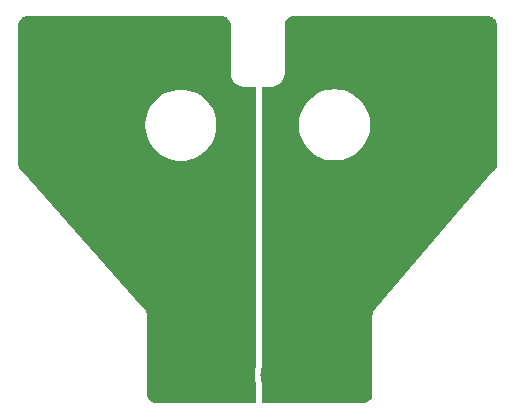
<source format=gbr>
%TF.GenerationSoftware,KiCad,Pcbnew,7.0.9-7.0.9~ubuntu22.04.1*%
%TF.CreationDate,2024-01-02T09:46:01-08:00*%
%TF.ProjectId,kraken-power-adapter,6b72616b-656e-42d7-906f-7765722d6164,1*%
%TF.SameCoordinates,Original*%
%TF.FileFunction,Copper,L2,Inr*%
%TF.FilePolarity,Positive*%
%FSLAX46Y46*%
G04 Gerber Fmt 4.6, Leading zero omitted, Abs format (unit mm)*
G04 Created by KiCad (PCBNEW 7.0.9-7.0.9~ubuntu22.04.1) date 2024-01-02 09:46:01*
%MOMM*%
%LPD*%
G01*
G04 APERTURE LIST*
%TA.AperFunction,ComponentPad*%
%ADD10C,1.016000*%
%TD*%
%TA.AperFunction,ComponentPad*%
%ADD11C,7.874000*%
%TD*%
%TA.AperFunction,ComponentPad*%
%ADD12O,7.239000X3.302000*%
%TD*%
G04 APERTURE END LIST*
D10*
%TO.N,/Vbat-*%
%TO.C,J2*%
X89154000Y-105079800D03*
X89987223Y-103068223D03*
X89987223Y-107091377D03*
X91998800Y-102235000D03*
D11*
X91998800Y-105079800D03*
D10*
X91998800Y-107924600D03*
X94010377Y-103068223D03*
X94010377Y-107091377D03*
X94843600Y-105079800D03*
%TD*%
%TO.N,/Vbat+*%
%TO.C,J1*%
X117652800Y-105079800D03*
X118486023Y-103068223D03*
X118486023Y-107091377D03*
X120497600Y-102235000D03*
D11*
X120497600Y-105079800D03*
D10*
X120497600Y-107924600D03*
X122509177Y-103068223D03*
X122509177Y-107091377D03*
X123342400Y-105079800D03*
%TD*%
%TO.N,/Vbat-*%
%TO.C,J3*%
X100172000Y-129972000D03*
X100172000Y-133172000D03*
X101572000Y-129972000D03*
X101572000Y-133172000D03*
D12*
X102235000Y-131572000D03*
D10*
X102972000Y-129972000D03*
X102972000Y-133172000D03*
X104372000Y-129972000D03*
X104372000Y-133172000D03*
%TO.N,/Vbat+*%
X107972000Y-129972000D03*
X107972000Y-133172000D03*
X109372000Y-129972000D03*
X109372000Y-133172000D03*
D12*
X110109000Y-131572000D03*
D10*
X110772000Y-129972000D03*
X110772000Y-133172000D03*
X112172000Y-129972000D03*
X112172000Y-133172000D03*
%TD*%
%TA.AperFunction,Conductor*%
%TO.N,/Vbat+*%
G36*
X125758167Y-101143572D02*
G01*
X125892854Y-101156838D01*
X125914639Y-101161171D01*
X126036136Y-101198027D01*
X126056647Y-101206522D01*
X126168627Y-101266376D01*
X126187092Y-101278715D01*
X126285235Y-101359258D01*
X126300941Y-101374964D01*
X126381484Y-101473107D01*
X126393824Y-101491574D01*
X126453675Y-101603548D01*
X126462174Y-101624068D01*
X126499028Y-101745561D01*
X126503361Y-101767344D01*
X126511244Y-101847379D01*
X126516627Y-101902024D01*
X126516900Y-101907579D01*
X126516900Y-113600120D01*
X126516899Y-113600138D01*
X126516899Y-113668561D01*
X126516708Y-113673209D01*
X126507417Y-113786107D01*
X126504378Y-113804446D01*
X126478459Y-113907519D01*
X126472463Y-113925113D01*
X126430037Y-114022566D01*
X126421243Y-114038945D01*
X126363455Y-114128144D01*
X126352102Y-114142863D01*
X126278157Y-114223989D01*
X126273490Y-114228552D01*
X126259318Y-114240893D01*
X126259313Y-114240897D01*
X126255814Y-114244955D01*
X126251515Y-114249419D01*
X126225207Y-114273908D01*
X126225205Y-114273911D01*
X126214834Y-114290473D01*
X126204613Y-114304331D01*
X120193785Y-121274811D01*
X116271730Y-125823038D01*
X116271729Y-125823040D01*
X116229286Y-125872257D01*
X116174763Y-125935454D01*
X116086892Y-126072764D01*
X116086889Y-126072768D01*
X116019380Y-126221158D01*
X115973604Y-126377611D01*
X115973602Y-126377619D01*
X115950480Y-126538980D01*
X115950479Y-126538992D01*
X115950500Y-126620500D01*
X115950500Y-133144020D01*
X115950227Y-133149576D01*
X115936961Y-133284255D01*
X115932628Y-133306038D01*
X115895774Y-133427531D01*
X115887275Y-133448051D01*
X115827424Y-133560025D01*
X115815084Y-133578492D01*
X115734541Y-133676635D01*
X115718835Y-133692341D01*
X115620692Y-133772884D01*
X115602225Y-133785224D01*
X115490251Y-133845075D01*
X115469731Y-133853574D01*
X115348238Y-133890428D01*
X115326455Y-133894761D01*
X115242456Y-133903035D01*
X115191766Y-133908027D01*
X115186221Y-133908300D01*
X106717100Y-133908300D01*
X106655845Y-133890314D01*
X106614039Y-133842067D01*
X106603800Y-133795000D01*
X106603800Y-110538233D01*
X109742100Y-110538233D01*
X109782784Y-110886305D01*
X109863602Y-111227303D01*
X109863606Y-111227318D01*
X109983461Y-111556617D01*
X109983463Y-111556622D01*
X109983465Y-111556626D01*
X110140747Y-111869800D01*
X110333322Y-112162597D01*
X110558588Y-112431057D01*
X110558590Y-112431058D01*
X110558594Y-112431064D01*
X110813489Y-112671545D01*
X110813492Y-112671547D01*
X110813496Y-112671551D01*
X111094600Y-112880825D01*
X111398099Y-113056050D01*
X111719888Y-113194857D01*
X111821023Y-113225134D01*
X112055607Y-113295365D01*
X112055612Y-113295365D01*
X112055616Y-113295367D01*
X112400743Y-113356222D01*
X112400751Y-113356222D01*
X112400754Y-113356223D01*
X112598838Y-113367759D01*
X112663054Y-113371500D01*
X112663056Y-113371500D01*
X112838144Y-113371500D01*
X112838146Y-113371500D01*
X112911318Y-113367238D01*
X113100445Y-113356223D01*
X113100447Y-113356222D01*
X113100457Y-113356222D01*
X113445584Y-113295367D01*
X113445588Y-113295365D01*
X113445592Y-113295365D01*
X113579040Y-113255412D01*
X113781312Y-113194857D01*
X114103101Y-113056050D01*
X114406600Y-112880825D01*
X114687704Y-112671551D01*
X114942612Y-112431057D01*
X115167878Y-112162597D01*
X115360453Y-111869800D01*
X115517735Y-111556626D01*
X115637596Y-111227310D01*
X115718416Y-110886306D01*
X115759100Y-110538225D01*
X115759100Y-110187775D01*
X115718416Y-109839694D01*
X115637596Y-109498690D01*
X115517735Y-109169374D01*
X115360453Y-108856200D01*
X115167878Y-108563403D01*
X114942612Y-108294943D01*
X114942609Y-108294940D01*
X114942605Y-108294935D01*
X114687710Y-108054454D01*
X114687706Y-108054451D01*
X114687704Y-108054449D01*
X114406600Y-107845175D01*
X114103101Y-107669950D01*
X113781312Y-107531143D01*
X113781313Y-107531143D01*
X113781310Y-107531142D01*
X113445592Y-107430634D01*
X113225836Y-107391885D01*
X113100457Y-107369778D01*
X113100455Y-107369777D01*
X113100450Y-107369777D01*
X113100445Y-107369776D01*
X112859698Y-107355755D01*
X112838146Y-107354500D01*
X112663054Y-107354500D01*
X112642352Y-107355705D01*
X112400754Y-107369776D01*
X112400749Y-107369777D01*
X112055607Y-107430634D01*
X111719889Y-107531142D01*
X111398099Y-107669950D01*
X111094598Y-107845176D01*
X110813489Y-108054454D01*
X110558594Y-108294935D01*
X110558587Y-108294944D01*
X110333323Y-108563401D01*
X110140747Y-108856199D01*
X109983461Y-109169382D01*
X109863606Y-109498681D01*
X109863602Y-109498696D01*
X109782784Y-109839694D01*
X109742100Y-110187766D01*
X109742100Y-110538233D01*
X106603800Y-110538233D01*
X106603800Y-107225600D01*
X106621786Y-107164345D01*
X106670033Y-107122539D01*
X106717100Y-107112300D01*
X107491243Y-107112300D01*
X107688290Y-107077555D01*
X107876310Y-107009122D01*
X107876312Y-107009120D01*
X107876314Y-107009120D01*
X107995649Y-106940221D01*
X108049590Y-106909078D01*
X108202865Y-106780465D01*
X108331478Y-106627190D01*
X108431522Y-106453910D01*
X108499955Y-106265890D01*
X108534700Y-106068843D01*
X108534700Y-105968800D01*
X108534700Y-105901855D01*
X108534700Y-101907579D01*
X108534973Y-101902024D01*
X108534974Y-101902023D01*
X108548238Y-101767343D01*
X108552571Y-101745561D01*
X108589428Y-101624059D01*
X108597920Y-101603556D01*
X108657779Y-101491567D01*
X108670115Y-101473107D01*
X108750662Y-101374959D01*
X108766359Y-101359262D01*
X108864508Y-101278714D01*
X108882967Y-101266379D01*
X108994956Y-101206520D01*
X109015459Y-101198028D01*
X109136962Y-101161170D01*
X109158743Y-101156838D01*
X109293432Y-101143572D01*
X109298980Y-101143300D01*
X109363145Y-101143300D01*
X125688455Y-101143300D01*
X125752620Y-101143300D01*
X125758167Y-101143572D01*
G37*
%TD.AperFunction*%
%TD*%
%TA.AperFunction,Conductor*%
%TO.N,/Vbat-*%
G36*
X103202967Y-101143572D02*
G01*
X103337654Y-101156838D01*
X103359439Y-101161171D01*
X103480936Y-101198027D01*
X103501447Y-101206522D01*
X103613427Y-101266376D01*
X103631892Y-101278715D01*
X103730035Y-101359258D01*
X103745741Y-101374964D01*
X103826284Y-101473107D01*
X103838624Y-101491574D01*
X103898475Y-101603548D01*
X103906974Y-101624068D01*
X103943828Y-101745561D01*
X103948161Y-101767344D01*
X103956044Y-101847379D01*
X103961427Y-101902024D01*
X103961700Y-101907579D01*
X103961700Y-105901855D01*
X103961700Y-105968800D01*
X103961700Y-106068843D01*
X103972921Y-106132479D01*
X103996445Y-106265890D01*
X104064879Y-106453914D01*
X104164915Y-106627179D01*
X104164919Y-106627184D01*
X104164922Y-106627190D01*
X104293535Y-106780465D01*
X104446810Y-106909078D01*
X104446817Y-106909082D01*
X104446820Y-106909084D01*
X104620085Y-107009120D01*
X104620089Y-107009121D01*
X104620090Y-107009122D01*
X104808110Y-107077555D01*
X105005157Y-107112300D01*
X105068832Y-107112300D01*
X105977000Y-107112300D01*
X106038255Y-107130286D01*
X106080061Y-107178533D01*
X106090300Y-107225600D01*
X106090300Y-130869515D01*
X106086098Y-130900083D01*
X106021227Y-131131604D01*
X105981000Y-131424286D01*
X105981000Y-131719713D01*
X106021227Y-132012393D01*
X106086098Y-132243914D01*
X106090300Y-132274483D01*
X106090300Y-133795000D01*
X106072314Y-133856255D01*
X106024067Y-133898061D01*
X105977000Y-133908300D01*
X97665779Y-133908300D01*
X97660233Y-133908027D01*
X97605579Y-133902644D01*
X97525544Y-133894761D01*
X97503761Y-133890428D01*
X97382268Y-133853574D01*
X97361748Y-133845075D01*
X97249774Y-133785224D01*
X97231307Y-133772884D01*
X97133164Y-133692341D01*
X97117458Y-133676635D01*
X97036915Y-133578492D01*
X97024575Y-133560025D01*
X96964722Y-133448047D01*
X96956227Y-133427536D01*
X96919371Y-133306038D01*
X96915038Y-133284254D01*
X96901773Y-133149575D01*
X96901500Y-133144019D01*
X96901500Y-126707668D01*
X96901508Y-126707543D01*
X96901508Y-126703816D01*
X96901505Y-126683836D01*
X96901518Y-126683794D01*
X96901513Y-126683794D01*
X96901538Y-126553525D01*
X96901538Y-126553523D01*
X96891736Y-126486686D01*
X96877350Y-126388586D01*
X96829503Y-126228902D01*
X96759009Y-126077842D01*
X96667358Y-125938599D01*
X96611903Y-125876375D01*
X96567377Y-125826383D01*
X96565302Y-125824053D01*
X96565284Y-125824034D01*
X86300511Y-114299588D01*
X86289941Y-114285698D01*
X86279687Y-114269820D01*
X86252612Y-114245318D01*
X86248318Y-114240990D01*
X86244373Y-114236560D01*
X86244368Y-114236555D01*
X86230815Y-114225132D01*
X86225935Y-114220496D01*
X86149756Y-114139003D01*
X86138044Y-114124166D01*
X86135559Y-114120412D01*
X86078377Y-114034018D01*
X86069296Y-114017440D01*
X86051556Y-113977463D01*
X86025450Y-113918631D01*
X86019251Y-113900773D01*
X85992443Y-113796046D01*
X85989301Y-113777415D01*
X85988388Y-113766519D01*
X85981067Y-113679107D01*
X85979698Y-113662761D01*
X85979500Y-113658030D01*
X85979500Y-110563633D01*
X96737300Y-110563633D01*
X96777984Y-110911705D01*
X96858802Y-111252703D01*
X96858806Y-111252718D01*
X96978661Y-111582017D01*
X96978663Y-111582022D01*
X96978665Y-111582026D01*
X97135947Y-111895200D01*
X97328522Y-112187997D01*
X97553788Y-112456457D01*
X97553790Y-112456458D01*
X97553794Y-112456464D01*
X97808689Y-112696945D01*
X97808692Y-112696947D01*
X97808696Y-112696951D01*
X98089800Y-112906225D01*
X98393299Y-113081450D01*
X98715088Y-113220257D01*
X98816223Y-113250534D01*
X99050807Y-113320765D01*
X99050812Y-113320765D01*
X99050816Y-113320767D01*
X99395943Y-113381622D01*
X99395951Y-113381622D01*
X99395954Y-113381623D01*
X99594038Y-113393159D01*
X99658254Y-113396900D01*
X99658256Y-113396900D01*
X99833344Y-113396900D01*
X99833346Y-113396900D01*
X99906518Y-113392638D01*
X100095645Y-113381623D01*
X100095647Y-113381622D01*
X100095657Y-113381622D01*
X100440784Y-113320767D01*
X100440788Y-113320765D01*
X100440792Y-113320765D01*
X100574240Y-113280812D01*
X100776512Y-113220257D01*
X101098301Y-113081450D01*
X101401800Y-112906225D01*
X101682904Y-112696951D01*
X101937812Y-112456457D01*
X102163078Y-112187997D01*
X102355653Y-111895200D01*
X102512935Y-111582026D01*
X102632796Y-111252710D01*
X102713616Y-110911706D01*
X102754300Y-110563625D01*
X102754300Y-110213175D01*
X102713616Y-109865094D01*
X102632796Y-109524090D01*
X102512935Y-109194774D01*
X102355653Y-108881600D01*
X102163078Y-108588803D01*
X101937812Y-108320343D01*
X101937809Y-108320340D01*
X101937805Y-108320335D01*
X101682910Y-108079854D01*
X101682906Y-108079851D01*
X101682904Y-108079849D01*
X101401800Y-107870575D01*
X101098301Y-107695350D01*
X100776512Y-107556543D01*
X100776513Y-107556543D01*
X100776510Y-107556542D01*
X100440792Y-107456034D01*
X100221036Y-107417285D01*
X100095657Y-107395178D01*
X100095655Y-107395177D01*
X100095650Y-107395177D01*
X100095645Y-107395176D01*
X99854898Y-107381155D01*
X99833346Y-107379900D01*
X99658254Y-107379900D01*
X99637552Y-107381105D01*
X99395954Y-107395176D01*
X99395949Y-107395177D01*
X99050807Y-107456034D01*
X98715089Y-107556542D01*
X98393299Y-107695350D01*
X98089798Y-107870576D01*
X97808689Y-108079854D01*
X97553794Y-108320335D01*
X97553787Y-108320344D01*
X97328523Y-108588801D01*
X97135947Y-108881599D01*
X96978661Y-109194782D01*
X96858806Y-109524081D01*
X96858802Y-109524096D01*
X96777984Y-109865094D01*
X96737300Y-110213166D01*
X96737300Y-110563633D01*
X85979500Y-110563633D01*
X85979500Y-101907580D01*
X85979773Y-101902024D01*
X85979774Y-101902023D01*
X85993038Y-101767343D01*
X85997371Y-101745561D01*
X86009838Y-101704463D01*
X86034228Y-101624059D01*
X86042720Y-101603556D01*
X86102579Y-101491567D01*
X86114915Y-101473107D01*
X86195462Y-101374959D01*
X86211159Y-101359262D01*
X86309308Y-101278714D01*
X86327767Y-101266379D01*
X86439756Y-101206520D01*
X86460259Y-101198028D01*
X86581762Y-101161170D01*
X86603543Y-101156838D01*
X86738232Y-101143572D01*
X86743780Y-101143300D01*
X86807945Y-101143300D01*
X103133255Y-101143300D01*
X103197420Y-101143300D01*
X103202967Y-101143572D01*
G37*
%TD.AperFunction*%
%TD*%
M02*

</source>
